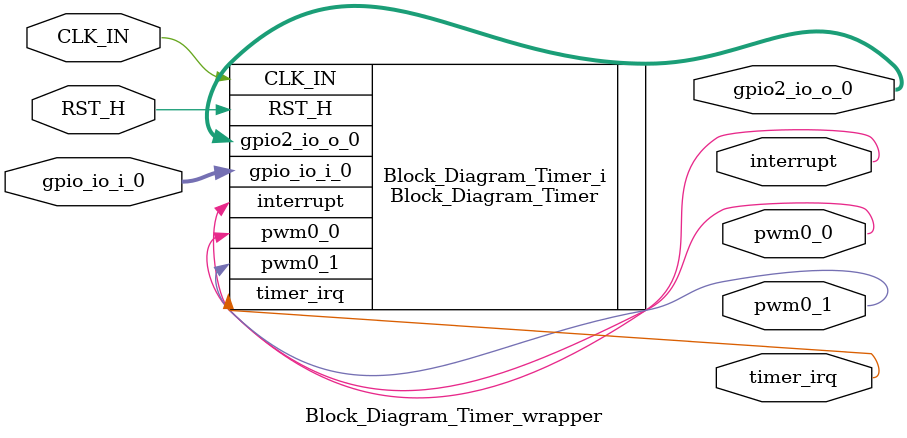
<source format=v>
`timescale 1 ps / 1 ps

module Block_Diagram_Timer_wrapper
   (CLK_IN,
    RST_H,
    gpio2_io_o_0,
    gpio_io_i_0,
    interrupt,
    pwm0_0,
    pwm0_1,
    timer_irq);
  input CLK_IN;
  input RST_H;
  output [1:0]gpio2_io_o_0;
  input [1:0]gpio_io_i_0;
  output interrupt;
  output pwm0_0;
  output pwm0_1;
  output timer_irq;

  wire CLK_IN;
  wire RST_H;
  wire [1:0]gpio2_io_o_0;
  wire [1:0]gpio_io_i_0;
  wire interrupt;
  wire pwm0_0;
  wire pwm0_1;
  wire timer_irq;

  Block_Diagram_Timer Block_Diagram_Timer_i
       (.CLK_IN(CLK_IN),
        .RST_H(RST_H),
        .gpio2_io_o_0(gpio2_io_o_0),
        .gpio_io_i_0(gpio_io_i_0),
        .interrupt(interrupt),
        .pwm0_0(pwm0_0),
        .pwm0_1(pwm0_1),
        .timer_irq(timer_irq));
endmodule

</source>
